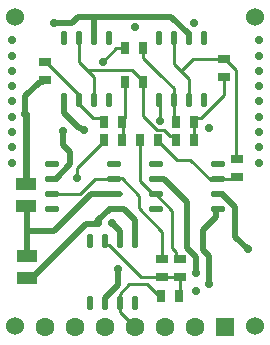
<source format=gbr>
%TF.GenerationSoftware,Altium Limited,Altium Designer,22.10.1 (41)*%
G04 Layer_Physical_Order=6*
G04 Layer_Color=16711680*
%FSLAX45Y45*%
%MOMM*%
%TF.SameCoordinates,31040185-1CDC-4878-9C2F-C35C27A90F04*%
%TF.FilePolarity,Positive*%
%TF.FileFunction,Copper,L6,Bot,Signal*%
%TF.Part,Single*%
G01*
G75*
%TA.AperFunction,SMDPad,CuDef*%
%ADD10O,0.55000X1.25000*%
%ADD11R,0.80000X1.00000*%
%ADD13R,1.00000X0.80000*%
%TA.AperFunction,Conductor*%
%ADD20C,0.50000*%
%ADD21C,0.60000*%
%ADD24C,0.25400*%
%TA.AperFunction,ViaPad*%
%ADD26C,1.52400*%
%TA.AperFunction,ComponentPad*%
%ADD27C,1.60000*%
%ADD28R,1.60000X1.60000*%
%TA.AperFunction,ViaPad*%
%ADD29C,0.70000*%
%TA.AperFunction,SMDPad,CuDef*%
%ADD30R,1.70000X1.00000*%
%ADD31O,1.25000X0.55000*%
D10*
X819500Y907500D02*
D03*
X946500D02*
D03*
X1073500D02*
D03*
X1200500D02*
D03*
X819500Y382500D02*
D03*
X946500D02*
D03*
X1073500D02*
D03*
X1200500D02*
D03*
X604500Y2622500D02*
D03*
X731500D02*
D03*
X858500D02*
D03*
X985500D02*
D03*
X604500Y2097500D02*
D03*
X731500D02*
D03*
X858500D02*
D03*
X985500D02*
D03*
X1404500Y2622500D02*
D03*
X1531500D02*
D03*
X1658500D02*
D03*
X1785500D02*
D03*
X1404500Y2097500D02*
D03*
X1531500D02*
D03*
X1658500D02*
D03*
X1785500D02*
D03*
D11*
X1575000Y440000D02*
D03*
X1425000D02*
D03*
X1700000Y1915000D02*
D03*
X1550000D02*
D03*
X1090000Y1910000D02*
D03*
X940000D02*
D03*
X940000Y1765000D02*
D03*
X1090000D02*
D03*
X1120000Y2250000D02*
D03*
X1270000D02*
D03*
X1120000Y2540000D02*
D03*
X1270000D02*
D03*
X1550000Y1760000D02*
D03*
X1700000D02*
D03*
X1245000D02*
D03*
X1395000D02*
D03*
D13*
X1955000Y2295000D02*
D03*
Y2445000D02*
D03*
X440000Y2270000D02*
D03*
Y2420000D02*
D03*
X1430000Y605000D02*
D03*
Y755000D02*
D03*
X1580000Y605000D02*
D03*
Y755000D02*
D03*
X2070000Y1450000D02*
D03*
Y1600000D02*
D03*
D20*
X345000Y615000D02*
X355000D01*
X791173Y1051173D01*
X320000Y590000D02*
X345000Y615000D01*
X791173Y1051173D02*
X859537D01*
X888827Y1080463D02*
Y1080827D01*
X859537Y1051173D02*
X888827Y1080463D01*
Y1080827D02*
X987750Y1179750D01*
X1021294D01*
X1015000Y1050000D02*
X1073500Y991500D01*
X1715000Y635000D02*
X1718639Y638639D01*
Y770000D01*
X1642861Y845778D02*
X1718639Y770000D01*
X1350250Y1433500D02*
X1446500D01*
X1830000Y545000D02*
Y779880D01*
X1781173Y828706D02*
X1830000Y779880D01*
X2050000Y940000D02*
X2155000Y835000D01*
X2050000Y940000D02*
Y1194000D01*
X1937500Y1306500D02*
X2050000Y1194000D01*
X1875250Y1306500D02*
X1937500D01*
X1781173Y828706D02*
Y1003173D01*
X1642861Y845778D02*
Y1237138D01*
X946500Y382500D02*
X948133Y384133D01*
X1060000Y531000D02*
Y670000D01*
X948133Y419133D02*
X1060000Y531000D01*
X948133Y384133D02*
Y419133D01*
X1781173Y1003173D02*
X1890022Y1112022D01*
X721056Y2805400D02*
X858500D01*
X670657Y2755000D02*
X721056Y2805400D01*
X858500Y2805400D02*
X1510600D01*
X515000Y2755000D02*
X670657D01*
X744588Y1865000D02*
X764588Y1845000D01*
X604500Y1985912D02*
Y2097500D01*
X725412Y1865000D02*
X744588D01*
X604500Y1985912D02*
X725412Y1865000D01*
X764588Y1845000D02*
X770000D01*
X595000Y1718470D02*
Y1840000D01*
Y1718470D02*
X655000Y1658470D01*
Y1557353D02*
Y1658470D01*
X423787Y2255000D02*
X432614Y2263827D01*
X275000Y2130000D02*
X400000Y2255000D01*
X275000Y1985000D02*
Y2130000D01*
X400000Y2255000D02*
X423787D01*
X531147Y1433500D02*
X655000Y1557353D01*
X497500Y1433500D02*
X531147D01*
X858500Y2622500D02*
Y2792600D01*
X1510600Y2805400D02*
X1658500Y2657500D01*
X285000Y990000D02*
Y1200000D01*
X515000Y990000D02*
X831500Y1306500D01*
X285000Y780000D02*
Y990000D01*
X515000D01*
X1073500Y907500D02*
Y991500D01*
X1890022Y1112022D02*
Y1177190D01*
X1910000D01*
X831500Y1306500D02*
X1022500D01*
X1075250D01*
X1022500Y1178543D02*
X1111457D01*
X1021294Y1179750D02*
X1022500Y1178543D01*
X1200500Y907500D02*
Y1080500D01*
X1205000Y1085000D01*
X1111457Y1178543D02*
X1205000Y1085000D01*
X1446500Y1433500D02*
X1642861Y1237138D01*
X315000Y1200000D02*
X340000Y1175000D01*
X1658500Y2622500D02*
Y2657500D01*
D21*
X276913Y1393087D02*
Y1983087D01*
X275000Y1985000D02*
X276913Y1983087D01*
Y1393087D02*
X280000Y1390000D01*
D24*
X945000Y1760000D02*
Y1765000D01*
X710800Y1525801D02*
X945000Y1760000D01*
X710800Y1444200D02*
Y1525801D01*
Y1444200D02*
X715000Y1440000D01*
X946500Y882687D02*
X960173Y869014D01*
X984986D02*
X1249000Y605000D01*
X1430000D01*
X946500Y882687D02*
Y907500D01*
X960173Y869014D02*
X984986D01*
X1430000Y605000D02*
X1580000D01*
X1073500Y382500D02*
X1073986Y382986D01*
Y458986D01*
X1073500Y301500D02*
Y382500D01*
X1073986Y458986D02*
X1155000Y540000D01*
X1305000D01*
X1180000Y2350000D02*
X1270000Y2260000D01*
X800000Y2350000D02*
X1180000D01*
X800000D02*
X858500Y2291500D01*
X731500Y2418500D02*
X800000Y2350000D01*
X930000Y2425000D02*
X1045000Y2540000D01*
X1120000D01*
X1270000Y1965000D02*
Y2260000D01*
X1545959Y782300D02*
X1573259Y755000D01*
X1545959Y782300D02*
Y814041D01*
X1515000Y845000D02*
X1545959Y814041D01*
X1515000Y845000D02*
Y1164000D01*
X1573259Y755000D02*
X1580000D01*
X1200000Y2720000D02*
X1203100Y2723100D01*
X285000Y590000D02*
X320000D01*
X1245000Y1410000D02*
Y1760000D01*
Y1410000D02*
X1363500Y1291500D01*
X1387500D01*
X1515000Y1164000D01*
X497500Y1306500D02*
X736500D01*
X863500Y1433500D01*
X1022500D01*
X1021000D02*
X1022500Y1435000D01*
X1088750D01*
X1073500Y301500D02*
X1200000Y175000D01*
X1305000Y540000D02*
X1430000Y415000D01*
X1580000Y445000D02*
Y575000D01*
X1435000Y755000D02*
Y986245D01*
X1235000Y1186245D02*
X1435000Y986245D01*
X1235000Y1186245D02*
Y1288750D01*
X1671000Y1590000D02*
X1842500Y1418500D01*
X1395000Y1750000D02*
X1555000Y1590000D01*
X1671000D01*
X2053500Y1433500D02*
X2070000Y1450000D01*
X1875250Y1433500D02*
X2053500D01*
X1570000Y445000D02*
X1575000Y440000D01*
X1088750Y1435000D02*
X1235000Y1288750D01*
X1409750Y1930250D02*
Y2092250D01*
X1404500Y2097500D02*
X1409750Y2092250D01*
Y1930250D02*
X1415000Y1925000D01*
X1501582Y1797300D02*
X1522700D01*
X1550000Y1760000D02*
Y1770000D01*
X1522700Y1797300D02*
X1550000Y1770000D01*
X1450782Y1848100D02*
X1501582Y1797300D01*
X1386900Y1848100D02*
X1450782D01*
X1270000Y1965000D02*
X1386900Y1848100D01*
X1842500Y1418500D02*
X1877500D01*
X1395000Y1750000D02*
Y1760000D01*
X1965000Y2445000D02*
X2055000Y2355000D01*
X1955000Y2445000D02*
X1965000D01*
X2055000Y1605000D02*
Y2355000D01*
X1700000Y1915000D02*
Y1918854D01*
X1727300Y1946155D02*
X1761927D01*
X1700000Y1918854D02*
X1727300Y1946155D01*
X1761927D02*
X1955000Y2139227D01*
X1700000Y1760000D02*
Y1925000D01*
X1955000Y2139227D02*
Y2295000D01*
X1595000Y2345000D02*
X1658500Y2281500D01*
X1531500Y2408500D02*
X1595000Y2345000D01*
X1695000Y2445000D02*
X1955000D01*
X1595000Y2345000D02*
X1695000Y2445000D01*
X1270000Y2455000D02*
Y2540000D01*
X1416700Y2312900D02*
X1531500Y2198100D01*
X1270000Y2455000D02*
X1412100Y2312900D01*
X1416700D01*
X1531500Y2097500D02*
Y2198100D01*
X731500Y2418500D02*
Y2622500D01*
X1100000Y1765000D02*
Y1930000D01*
X1120000Y1950000D02*
Y2250000D01*
X1100000Y1930000D02*
X1120000Y1950000D01*
X450000Y2420000D02*
X731500Y2138500D01*
Y2097500D02*
Y2138500D01*
X440000Y2420000D02*
X450000D01*
X435000Y2275000D02*
X440000Y2270000D01*
X415000Y2275000D02*
X435000D01*
X1531500Y2408500D02*
Y2622500D01*
X858500Y2097500D02*
Y2291500D01*
X731500Y2062500D02*
X846700Y1947300D01*
X912700D01*
X731500Y2062500D02*
Y2097500D01*
X912700Y1947300D02*
X940000Y1920000D01*
Y1910000D02*
Y1920000D01*
X1658500Y2097500D02*
Y2281500D01*
X1531500Y1933500D02*
X1550000Y1915000D01*
X1531500Y1933500D02*
Y2097500D01*
D26*
X2215000Y190000D02*
D03*
Y2805000D02*
D03*
X190000D02*
D03*
Y190000D02*
D03*
D27*
X946000Y175000D02*
D03*
X1454000D02*
D03*
X1708000D02*
D03*
X1200000D02*
D03*
X692000D02*
D03*
X438000D02*
D03*
D28*
X1962000D02*
D03*
D29*
X885000Y1055000D02*
D03*
X1010591Y1054118D02*
D03*
X1715000Y635000D02*
D03*
X1830000Y545000D02*
D03*
X1715000Y485000D02*
D03*
X2155000Y835000D02*
D03*
X715000Y1440000D02*
D03*
X1060000Y670000D02*
D03*
X930000Y2425000D02*
D03*
X515000Y2755000D02*
D03*
X595000Y1840000D02*
D03*
X770000Y1845000D02*
D03*
X275000Y1985000D02*
D03*
X2250000Y2604999D02*
D03*
Y2475624D02*
D03*
Y2346249D02*
D03*
Y2216874D02*
D03*
Y2087500D02*
D03*
X2250984Y1958125D02*
D03*
Y1828750D02*
D03*
Y1699375D02*
D03*
Y1570000D02*
D03*
X160000Y2604999D02*
D03*
Y2475624D02*
D03*
Y2346249D02*
D03*
Y2216874D02*
D03*
Y2087500D02*
D03*
X160984Y1958125D02*
D03*
Y1828750D02*
D03*
Y1699375D02*
D03*
X160000Y1570000D02*
D03*
X1700000Y2755000D02*
D03*
X1200000Y2720000D02*
D03*
X1415000Y1925000D02*
D03*
X1825000Y1865000D02*
D03*
D30*
X285000Y780000D02*
D03*
Y590000D02*
D03*
X280000Y1390000D02*
D03*
Y1200000D02*
D03*
D31*
X1022500Y1560500D02*
D03*
Y1433500D02*
D03*
Y1306500D02*
D03*
Y1179500D02*
D03*
X497500Y1560500D02*
D03*
Y1433500D02*
D03*
Y1306500D02*
D03*
Y1179500D02*
D03*
X1902500Y1560500D02*
D03*
Y1433500D02*
D03*
Y1306500D02*
D03*
Y1179500D02*
D03*
X1377500Y1560500D02*
D03*
Y1433500D02*
D03*
Y1306500D02*
D03*
Y1179500D02*
D03*
%TF.MD5,f31aee6b48fbdfe98611b28452e0e892*%
M02*

</source>
